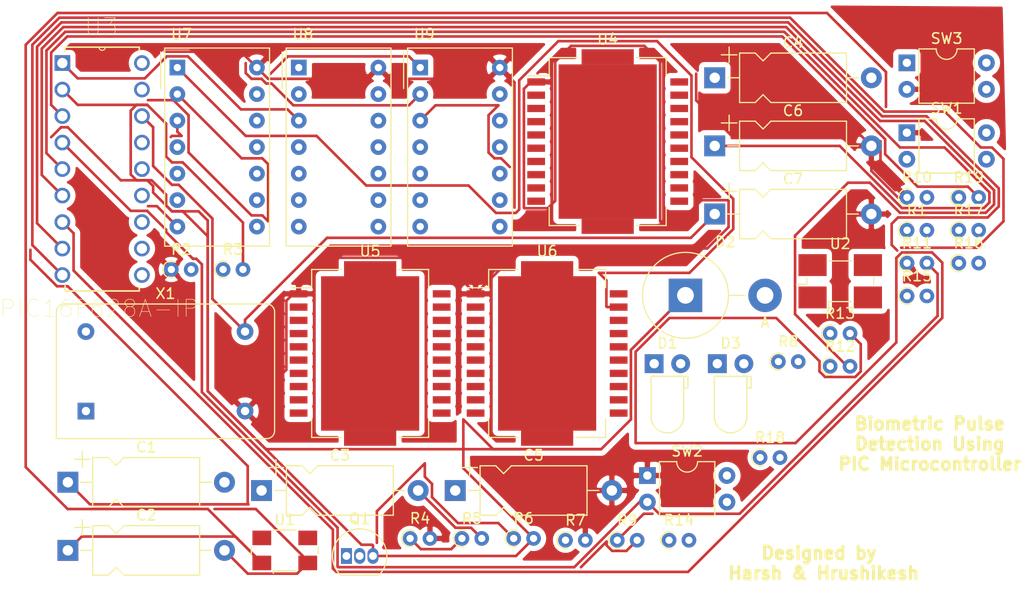
<source format=kicad_pcb>
(kicad_pcb (version 20171130) (host pcbnew "(5.1.7)-1")
  (layers (0 F.Cu signal) (31 B.Cu signal) (34 B.Paste user) (35 F.Paste user) (36 B.SilkS user) (37 F.SilkS user) (38 B.Mask user) (39 F.Mask user hide) (44 Edge.Cuts user))
  (net 0 "")
  (net 1 "Net-(C1-Pad2)")
  (net 2 "Net-(C1-Pad1)")
  (net 3 "Net-(C2-Pad2)")
  (net 4 "Net-(C2-Pad1)")
  (net 5 "Net-(C3-Pad1)")
  (net 6 "Net-(C4-Pad2)")
  (net 7 "Net-(C4-Pad1)")
  (net 8 Earth)
  (net 9 "Net-(C5-Pad1)")
  (net 10 +5V)
  (net 11 "Net-(C6-Pad1)")
  (net 12 "Net-(C7-Pad1)")
  (net 13 "Net-(D1-Pad2)")
  (net 14 "Net-(D1-Pad1)")
  (net 15 "Net-(D2-Pad1)")
  (net 16 "Net-(D3-Pad2)")
  (net 17 "Net-(Q1-Pad2)")
  (net 18 "Net-(R10-Pad2)")
  (net 19 "Net-(R11-Pad2)")
  (net 20 "Net-(R12-Pad2)")
  (net 21 "Net-(R12-Pad1)")
  (net 22 "Net-(R13-Pad2)")
  (net 23 "Net-(R13-Pad1)")
  (net 24 "Net-(R14-Pad2)")
  (net 25 "Net-(R14-Pad1)")
  (net 26 "Net-(R15-Pad2)")
  (net 27 "Net-(R15-Pad1)")
  (net 28 "Net-(R16-Pad2)")
  (net 29 "Net-(R16-Pad1)")
  (net 30 "Net-(R17-Pad2)")
  (net 31 "Net-(R17-Pad1)")
  (net 32 "Net-(R18-Pad2)")
  (net 33 "Net-(R18-Pad1)")
  (net 34 "Net-(R19-Pad2)")
  (net 35 "Net-(X1-Pad1)")
  (net 36 "Net-(D3-Pad1)")
  (net 37 "Net-(U3-Pad18)")
  (net 38 "Net-(U3-Pad17)")
  (net 39 "Net-(U3-Pad1)")
  (net 40 "Net-(U4-Pad20)")
  (net 41 "Net-(U4-Pad19)")
  (net 42 "Net-(U4-Pad18)")
  (net 43 "Net-(U4-Pad17)")
  (net 44 "Net-(U4-Pad16)")
  (net 45 "Net-(U4-Pad15)")
  (net 46 "Net-(U4-Pad14)")
  (net 47 "Net-(U4-Pad13)")
  (net 48 "Net-(U4-Pad12)")
  (net 49 "Net-(U4-Pad11)")
  (net 50 "Net-(U4-Pad10)")
  (net 51 "Net-(U4-Pad9)")
  (net 52 "Net-(U5-Pad19)")
  (net 53 "Net-(U5-Pad18)")
  (net 54 "Net-(U5-Pad17)")
  (net 55 "Net-(U5-Pad16)")
  (net 56 "Net-(U5-Pad15)")
  (net 57 "Net-(U5-Pad14)")
  (net 58 "Net-(U5-Pad13)")
  (net 59 "Net-(U5-Pad12)")
  (net 60 "Net-(U5-Pad11)")
  (net 61 "Net-(U5-Pad10)")
  (net 62 "Net-(U5-Pad9)")
  (net 63 "Net-(U6-Pad20)")
  (net 64 "Net-(U6-Pad19)")
  (net 65 "Net-(U6-Pad18)")
  (net 66 "Net-(U6-Pad17)")
  (net 67 "Net-(U6-Pad16)")
  (net 68 "Net-(U6-Pad15)")
  (net 69 "Net-(U6-Pad14)")
  (net 70 "Net-(U6-Pad13)")
  (net 71 "Net-(U6-Pad12)")
  (net 72 "Net-(U6-Pad11)")
  (net 73 "Net-(U6-Pad10)")
  (net 74 "Net-(U6-Pad9)")
  (net 75 "Net-(U7-Pad12)")
  (net 76 "Net-(U7-Pad9)")
  (net 77 "Net-(U7-Pad6)")
  (net 78 "Net-(U7-Pad5)")
  (net 79 "Net-(U7-Pad4)")
  (net 80 "Net-(U8-Pad12)")
  (net 81 "Net-(U8-Pad9)")
  (net 82 "Net-(U8-Pad6)")
  (net 83 "Net-(U8-Pad5)")
  (net 84 "Net-(U8-Pad4)")
  (net 85 "Net-(U9-Pad12)")
  (net 86 "Net-(U9-Pad9)")
  (net 87 "Net-(U9-Pad6)")
  (net 88 "Net-(U9-Pad5)")
  (net 89 "Net-(U9-Pad4)")
  (module Oscillator:Oscillator_DIP-14 (layer F.Cu) (at 159.215001 75.595001)
    (fp_text reference X1 (at 7.62 -11.26) (layer F.SilkS))
    (fp_text value ACO-xxxMHz)
    (pad 7 thru_hole circle (at 15.24 0) (size 1.6 1.6) (drill 0.8) (layers *.Cu *.Mask) (net 8 Earth))
    (pad 8 thru_hole circle (at 15.24 -7.62) (size 1.6 1.6) (drill 0.8) (layers *.Cu *.Mask) (net 12 "Net-(C7-Pad1)"))
    (pad 14 thru_hole circle (at 0 -7.62) (size 1.6 1.6) (drill 0.8) (layers *.Cu *.Mask) (net 9 "Net-(C5-Pad1)"))
    (pad 1 thru_hole rect (at 0 0) (size 1.6 1.6) (drill 0.8) (layers *.Cu *.Mask) (net 35 "Net-(X1-Pad1)"))
  )
  (module Display_7Segment:MAN71A (layer F.Cu) (at 191.230001 42.675001)
    (fp_text reference U9 (at 0.4 -3.2) (layer F.SilkS))
    (fp_text value MAN71A)
    (pad 14 thru_hole circle (at 7.62 0) (size 1.5 1.5) (drill 0.7) (layers *.Cu *.Mask) (net 10 +5V))
    (pad 13 thru_hole circle (at 7.62 2.54) (size 1.5 1.5) (drill 0.7) (layers *.Cu *.Mask) (net 53 "Net-(U5-Pad18)"))
    (pad 12 thru_hole circle (at 7.62 5.08) (size 1.5 1.5) (drill 0.7) (layers *.Cu *.Mask) (net 85 "Net-(U9-Pad12)"))
    (pad 11 thru_hole circle (at 7.62 7.62) (size 1.5 1.5) (drill 0.7) (layers *.Cu *.Mask) (net 58 "Net-(U5-Pad13)"))
    (pad 10 thru_hole circle (at 7.62 10.16) (size 1.5 1.5) (drill 0.7) (layers *.Cu *.Mask) (net 54 "Net-(U5-Pad17)"))
    (pad 9 thru_hole circle (at 7.62 12.7) (size 1.5 1.5) (drill 0.7) (layers *.Cu *.Mask) (net 86 "Net-(U9-Pad9)"))
    (pad 8 thru_hole circle (at 7.62 15.24) (size 1.5 1.5) (drill 0.7) (layers *.Cu *.Mask) (net 55 "Net-(U5-Pad16)"))
    (pad 7 thru_hole circle (at 0 15.24) (size 1.5 1.5) (drill 0.7) (layers *.Cu *.Mask) (net 56 "Net-(U5-Pad15)"))
    (pad 6 thru_hole circle (at 0 12.7) (size 1.5 1.5) (drill 0.7) (layers *.Cu *.Mask) (net 87 "Net-(U9-Pad6)"))
    (pad 5 thru_hole circle (at 0 10.16) (size 1.5 1.5) (drill 0.7) (layers *.Cu *.Mask) (net 88 "Net-(U9-Pad5)"))
    (pad 4 thru_hole circle (at 0 7.62) (size 1.5 1.5) (drill 0.7) (layers *.Cu *.Mask) (net 89 "Net-(U9-Pad4)"))
    (pad 3 thru_hole circle (at 0 5.08) (size 1.5 1.5) (drill 0.7) (layers *.Cu *.Mask) (net 38 "Net-(U3-Pad17)"))
    (pad 2 thru_hole circle (at 0 2.54) (size 1.5 1.5) (drill 0.7) (layers *.Cu *.Mask) (net 57 "Net-(U5-Pad14)"))
    (pad 1 thru_hole rect (at 0 0) (size 1.5 1.5) (drill 0.7) (layers *.Cu *.Mask) (net 52 "Net-(U5-Pad19)"))
  )
  (module Display_7Segment:MAN71A (layer F.Cu) (at 179.600001 42.675001)
    (fp_text reference U8 (at 0.4 -3.2) (layer F.SilkS))
    (fp_text value MAN71A)
    (pad 14 thru_hole circle (at 7.62 0) (size 1.5 1.5) (drill 0.7) (layers *.Cu *.Mask) (net 10 +5V))
    (pad 13 thru_hole circle (at 7.62 2.54) (size 1.5 1.5) (drill 0.7) (layers *.Cu *.Mask) (net 42 "Net-(U4-Pad18)"))
    (pad 12 thru_hole circle (at 7.62 5.08) (size 1.5 1.5) (drill 0.7) (layers *.Cu *.Mask) (net 80 "Net-(U8-Pad12)"))
    (pad 11 thru_hole circle (at 7.62 7.62) (size 1.5 1.5) (drill 0.7) (layers *.Cu *.Mask) (net 47 "Net-(U4-Pad13)"))
    (pad 10 thru_hole circle (at 7.62 10.16) (size 1.5 1.5) (drill 0.7) (layers *.Cu *.Mask) (net 43 "Net-(U4-Pad17)"))
    (pad 9 thru_hole circle (at 7.62 12.7) (size 1.5 1.5) (drill 0.7) (layers *.Cu *.Mask) (net 81 "Net-(U8-Pad9)"))
    (pad 8 thru_hole circle (at 7.62 15.24) (size 1.5 1.5) (drill 0.7) (layers *.Cu *.Mask) (net 44 "Net-(U4-Pad16)"))
    (pad 7 thru_hole circle (at 0 15.24) (size 1.5 1.5) (drill 0.7) (layers *.Cu *.Mask) (net 45 "Net-(U4-Pad15)"))
    (pad 6 thru_hole circle (at 0 12.7) (size 1.5 1.5) (drill 0.7) (layers *.Cu *.Mask) (net 82 "Net-(U8-Pad6)"))
    (pad 5 thru_hole circle (at 0 10.16) (size 1.5 1.5) (drill 0.7) (layers *.Cu *.Mask) (net 83 "Net-(U8-Pad5)"))
    (pad 4 thru_hole circle (at 0 7.62) (size 1.5 1.5) (drill 0.7) (layers *.Cu *.Mask) (net 84 "Net-(U8-Pad4)"))
    (pad 3 thru_hole circle (at 0 5.08) (size 1.5 1.5) (drill 0.7) (layers *.Cu *.Mask) (net 39 "Net-(U3-Pad1)"))
    (pad 2 thru_hole circle (at 0 2.54) (size 1.5 1.5) (drill 0.7) (layers *.Cu *.Mask) (net 46 "Net-(U4-Pad14)"))
    (pad 1 thru_hole rect (at 0 0) (size 1.5 1.5) (drill 0.7) (layers *.Cu *.Mask) (net 41 "Net-(U4-Pad19)"))
  )
  (module Display_7Segment:MAN71A (layer F.Cu) (at 167.970001 42.675001)
    (fp_text reference U7 (at 0.4 -3.2) (layer F.SilkS))
    (fp_text value MAN71A)
    (pad 14 thru_hole circle (at 7.62 0) (size 1.5 1.5) (drill 0.7) (layers *.Cu *.Mask) (net 10 +5V))
    (pad 13 thru_hole circle (at 7.62 2.54) (size 1.5 1.5) (drill 0.7) (layers *.Cu *.Mask) (net 65 "Net-(U6-Pad18)"))
    (pad 12 thru_hole circle (at 7.62 5.08) (size 1.5 1.5) (drill 0.7) (layers *.Cu *.Mask) (net 75 "Net-(U7-Pad12)"))
    (pad 11 thru_hole circle (at 7.62 7.62) (size 1.5 1.5) (drill 0.7) (layers *.Cu *.Mask) (net 70 "Net-(U6-Pad13)"))
    (pad 10 thru_hole circle (at 7.62 10.16) (size 1.5 1.5) (drill 0.7) (layers *.Cu *.Mask) (net 66 "Net-(U6-Pad17)"))
    (pad 9 thru_hole circle (at 7.62 12.7) (size 1.5 1.5) (drill 0.7) (layers *.Cu *.Mask) (net 76 "Net-(U7-Pad9)"))
    (pad 8 thru_hole circle (at 7.62 15.24) (size 1.5 1.5) (drill 0.7) (layers *.Cu *.Mask) (net 67 "Net-(U6-Pad16)"))
    (pad 7 thru_hole circle (at 0 15.24) (size 1.5 1.5) (drill 0.7) (layers *.Cu *.Mask) (net 68 "Net-(U6-Pad15)"))
    (pad 6 thru_hole circle (at 0 12.7) (size 1.5 1.5) (drill 0.7) (layers *.Cu *.Mask) (net 77 "Net-(U7-Pad6)"))
    (pad 5 thru_hole circle (at 0 10.16) (size 1.5 1.5) (drill 0.7) (layers *.Cu *.Mask) (net 78 "Net-(U7-Pad5)"))
    (pad 4 thru_hole circle (at 0 7.62) (size 1.5 1.5) (drill 0.7) (layers *.Cu *.Mask) (net 79 "Net-(U7-Pad4)"))
    (pad 3 thru_hole circle (at 0 5.08) (size 1.5 1.5) (drill 0.7) (layers *.Cu *.Mask) (net 37 "Net-(U3-Pad18)"))
    (pad 2 thru_hole circle (at 0 2.54) (size 1.5 1.5) (drill 0.7) (layers *.Cu *.Mask) (net 69 "Net-(U6-Pad14)"))
    (pad 1 thru_hole rect (at 0 0) (size 1.5 1.5) (drill 0.7) (layers *.Cu *.Mask) (net 64 "Net-(U6-Pad19)"))
  )
  (module Package_SO:HSOP-20-1EP_11.0x15.9mm_P1.27mm_SlugDown (layer F.Cu) (at 203.385001 70.075001)
    (fp_text reference U6 (at 0 -9.8) (layer F.SilkS))
    (fp_text value 74LS573)
    (pad 21 smd rect (at 0 8.125) (size 5 1.45) (layers F.Cu F.Paste F.Mask))
    (pad 21 smd rect (at 0 -8.125) (size 5 1.45) (layers F.Cu F.Paste F.Mask))
    (pad 20 smd rect (at 6.85 -5.715) (size 1.7 0.7) (layers F.Cu F.Paste F.Mask) (net 63 "Net-(U6-Pad20)"))
    (pad 19 smd rect (at 6.85 -4.445) (size 1.7 0.7) (layers F.Cu F.Paste F.Mask) (net 64 "Net-(U6-Pad19)"))
    (pad 18 smd rect (at 6.85 -3.175) (size 1.7 0.7) (layers F.Cu F.Paste F.Mask) (net 65 "Net-(U6-Pad18)"))
    (pad 17 smd rect (at 6.85 -1.905) (size 1.7 0.7) (layers F.Cu F.Paste F.Mask) (net 66 "Net-(U6-Pad17)"))
    (pad 16 smd rect (at 6.85 -0.635) (size 1.7 0.7) (layers F.Cu F.Paste F.Mask) (net 67 "Net-(U6-Pad16)"))
    (pad 15 smd rect (at 6.85 0.635) (size 1.7 0.7) (layers F.Cu F.Paste F.Mask) (net 68 "Net-(U6-Pad15)"))
    (pad 14 smd rect (at 6.85 1.905) (size 1.7 0.7) (layers F.Cu F.Paste F.Mask) (net 69 "Net-(U6-Pad14)"))
    (pad 13 smd rect (at 6.85 3.175) (size 1.7 0.7) (layers F.Cu F.Paste F.Mask) (net 70 "Net-(U6-Pad13)"))
    (pad 12 smd rect (at 6.85 4.445) (size 1.7 0.7) (layers F.Cu F.Paste F.Mask) (net 71 "Net-(U6-Pad12)"))
    (pad 11 smd rect (at 6.85 5.715) (size 1.7 0.7) (layers F.Cu F.Paste F.Mask) (net 72 "Net-(U6-Pad11)"))
    (pad 10 smd rect (at -6.85 5.715) (size 1.7 0.7) (layers F.Cu F.Paste F.Mask) (net 73 "Net-(U6-Pad10)"))
    (pad 9 smd rect (at -6.85 4.445) (size 1.7 0.7) (layers F.Cu F.Paste F.Mask) (net 74 "Net-(U6-Pad9)"))
    (pad 8 smd rect (at -6.85 3.175) (size 1.7 0.7) (layers F.Cu F.Paste F.Mask) (net 33 "Net-(R18-Pad1)"))
    (pad 7 smd rect (at -6.85 1.905) (size 1.7 0.7) (layers F.Cu F.Paste F.Mask) (net 31 "Net-(R17-Pad1)"))
    (pad 6 smd rect (at -6.85 0.635) (size 1.7 0.7) (layers F.Cu F.Paste F.Mask) (net 29 "Net-(R16-Pad1)"))
    (pad 5 smd rect (at -6.85 -0.635) (size 1.7 0.7) (layers F.Cu F.Paste F.Mask) (net 27 "Net-(R15-Pad1)"))
    (pad 4 smd rect (at -6.85 -1.905) (size 1.7 0.7) (layers F.Cu F.Paste F.Mask) (net 25 "Net-(R14-Pad1)"))
    (pad 3 smd rect (at -6.85 -3.175) (size 1.7 0.7) (layers F.Cu F.Paste F.Mask) (net 23 "Net-(R13-Pad1)"))
    (pad 2 smd rect (at -6.85 -4.445) (size 1.7 0.7) (layers F.Cu F.Paste F.Mask) (net 21 "Net-(R12-Pad1)"))
    (pad 21 smd rect (at 0 0) (size 9.4 14.8) (layers F.Cu F.Paste F.Mask))
    (pad 1 smd rect (at -6.85 -5.715) (size 1.7 0.7) (layers F.Cu F.Paste F.Mask) (net 8 Earth))
  )
  (module Package_SO:HSOP-20-1EP_11.0x15.9mm_P1.27mm_SlugDown (layer F.Cu) (at 186.435001 70.075001)
    (fp_text reference U5 (at 0 -9.8) (layer F.SilkS))
    (fp_text value 74LS573)
    (pad 21 smd rect (at 0 8.125) (size 5 1.45) (layers F.Cu F.Paste F.Mask))
    (pad 21 smd rect (at 0 -8.125) (size 5 1.45) (layers F.Cu F.Paste F.Mask))
    (pad 20 smd rect (at 6.85 -5.715) (size 1.7 0.7) (layers F.Cu F.Paste F.Mask) (net 37 "Net-(U3-Pad18)"))
    (pad 19 smd rect (at 6.85 -4.445) (size 1.7 0.7) (layers F.Cu F.Paste F.Mask) (net 52 "Net-(U5-Pad19)"))
    (pad 18 smd rect (at 6.85 -3.175) (size 1.7 0.7) (layers F.Cu F.Paste F.Mask) (net 53 "Net-(U5-Pad18)"))
    (pad 17 smd rect (at 6.85 -1.905) (size 1.7 0.7) (layers F.Cu F.Paste F.Mask) (net 54 "Net-(U5-Pad17)"))
    (pad 16 smd rect (at 6.85 -0.635) (size 1.7 0.7) (layers F.Cu F.Paste F.Mask) (net 55 "Net-(U5-Pad16)"))
    (pad 15 smd rect (at 6.85 0.635) (size 1.7 0.7) (layers F.Cu F.Paste F.Mask) (net 56 "Net-(U5-Pad15)"))
    (pad 14 smd rect (at 6.85 1.905) (size 1.7 0.7) (layers F.Cu F.Paste F.Mask) (net 57 "Net-(U5-Pad14)"))
    (pad 13 smd rect (at 6.85 3.175) (size 1.7 0.7) (layers F.Cu F.Paste F.Mask) (net 58 "Net-(U5-Pad13)"))
    (pad 12 smd rect (at 6.85 4.445) (size 1.7 0.7) (layers F.Cu F.Paste F.Mask) (net 59 "Net-(U5-Pad12)"))
    (pad 11 smd rect (at 6.85 5.715) (size 1.7 0.7) (layers F.Cu F.Paste F.Mask) (net 60 "Net-(U5-Pad11)"))
    (pad 10 smd rect (at -6.85 5.715) (size 1.7 0.7) (layers F.Cu F.Paste F.Mask) (net 61 "Net-(U5-Pad10)"))
    (pad 9 smd rect (at -6.85 4.445) (size 1.7 0.7) (layers F.Cu F.Paste F.Mask) (net 62 "Net-(U5-Pad9)"))
    (pad 8 smd rect (at -6.85 3.175) (size 1.7 0.7) (layers F.Cu F.Paste F.Mask) (net 33 "Net-(R18-Pad1)"))
    (pad 7 smd rect (at -6.85 1.905) (size 1.7 0.7) (layers F.Cu F.Paste F.Mask) (net 31 "Net-(R17-Pad1)"))
    (pad 6 smd rect (at -6.85 0.635) (size 1.7 0.7) (layers F.Cu F.Paste F.Mask) (net 29 "Net-(R16-Pad1)"))
    (pad 5 smd rect (at -6.85 -0.635) (size 1.7 0.7) (layers F.Cu F.Paste F.Mask) (net 27 "Net-(R15-Pad1)"))
    (pad 4 smd rect (at -6.85 -1.905) (size 1.7 0.7) (layers F.Cu F.Paste F.Mask) (net 25 "Net-(R14-Pad1)"))
    (pad 3 smd rect (at -6.85 -3.175) (size 1.7 0.7) (layers F.Cu F.Paste F.Mask) (net 23 "Net-(R13-Pad1)"))
    (pad 2 smd rect (at -6.85 -4.445) (size 1.7 0.7) (layers F.Cu F.Paste F.Mask) (net 21 "Net-(R12-Pad1)"))
    (pad 21 smd rect (at 0 0) (size 9.4 14.8) (layers F.Cu F.Paste F.Mask))
    (pad 1 smd rect (at -6.85 -5.715) (size 1.7 0.7) (layers F.Cu F.Paste F.Mask) (net 8 Earth))
  )
  (module Package_SO:HSOP-20-1EP_11.0x15.9mm_P1.27mm_SlugDown (layer F.Cu) (at 209.185001 49.765001)
    (fp_text reference U4 (at 0 -9.8) (layer F.SilkS))
    (fp_text value 74LS573)
    (pad 21 smd rect (at 0 8.125) (size 5 1.45) (layers F.Cu F.Paste F.Mask))
    (pad 21 smd rect (at 0 -8.125) (size 5 1.45) (layers F.Cu F.Paste F.Mask))
    (pad 20 smd rect (at 6.85 -5.715) (size 1.7 0.7) (layers F.Cu F.Paste F.Mask) (net 40 "Net-(U4-Pad20)"))
    (pad 19 smd rect (at 6.85 -4.445) (size 1.7 0.7) (layers F.Cu F.Paste F.Mask) (net 41 "Net-(U4-Pad19)"))
    (pad 18 smd rect (at 6.85 -3.175) (size 1.7 0.7) (layers F.Cu F.Paste F.Mask) (net 42 "Net-(U4-Pad18)"))
    (pad 17 smd rect (at 6.85 -1.905) (size 1.7 0.7) (layers F.Cu F.Paste F.Mask) (net 43 "Net-(U4-Pad17)"))
    (pad 16 smd rect (at 6.85 -0.635) (size 1.7 0.7) (layers F.Cu F.Paste F.Mask) (net 44 "Net-(U4-Pad16)"))
    (pad 15 smd rect (at 6.85 0.635) (size 1.7 0.7) (layers F.Cu F.Paste F.Mask) (net 45 "Net-(U4-Pad15)"))
    (pad 14 smd rect (at 6.85 1.905) (size 1.7 0.7) (layers F.Cu F.Paste F.Mask) (net 46 "Net-(U4-Pad14)"))
    (pad 13 smd rect (at 6.85 3.175) (size 1.7 0.7) (layers F.Cu F.Paste F.Mask) (net 47 "Net-(U4-Pad13)"))
    (pad 12 smd rect (at 6.85 4.445) (size 1.7 0.7) (layers F.Cu F.Paste F.Mask) (net 48 "Net-(U4-Pad12)"))
    (pad 11 smd rect (at 6.85 5.715) (size 1.7 0.7) (layers F.Cu F.Paste F.Mask) (net 49 "Net-(U4-Pad11)"))
    (pad 10 smd rect (at -6.85 5.715) (size 1.7 0.7) (layers F.Cu F.Paste F.Mask) (net 50 "Net-(U4-Pad10)"))
    (pad 9 smd rect (at -6.85 4.445) (size 1.7 0.7) (layers F.Cu F.Paste F.Mask) (net 51 "Net-(U4-Pad9)"))
    (pad 8 smd rect (at -6.85 3.175) (size 1.7 0.7) (layers F.Cu F.Paste F.Mask) (net 33 "Net-(R18-Pad1)"))
    (pad 7 smd rect (at -6.85 1.905) (size 1.7 0.7) (layers F.Cu F.Paste F.Mask) (net 31 "Net-(R17-Pad1)"))
    (pad 6 smd rect (at -6.85 0.635) (size 1.7 0.7) (layers F.Cu F.Paste F.Mask) (net 29 "Net-(R16-Pad1)"))
    (pad 5 smd rect (at -6.85 -0.635) (size 1.7 0.7) (layers F.Cu F.Paste F.Mask) (net 27 "Net-(R15-Pad1)"))
    (pad 4 smd rect (at -6.85 -1.905) (size 1.7 0.7) (layers F.Cu F.Paste F.Mask) (net 25 "Net-(R14-Pad1)"))
    (pad 3 smd rect (at -6.85 -3.175) (size 1.7 0.7) (layers F.Cu F.Paste F.Mask) (net 23 "Net-(R13-Pad1)"))
    (pad 2 smd rect (at -6.85 -4.445) (size 1.7 0.7) (layers F.Cu F.Paste F.Mask) (net 21 "Net-(R12-Pad1)"))
    (pad 21 smd rect (at 0 0) (size 9.4 14.8) (layers F.Cu F.Paste F.Mask))
    (pad 1 smd rect (at -6.85 -5.715) (size 1.7 0.7) (layers F.Cu F.Paste F.Mask) (net 8 Earth))
  )
  (module PIC16F628A-I_P:DIP254P762X533-18 (layer F.Cu) (at 164.5793 62.560201)
    (fp_text reference U3 (at -3.88726 -23.7809) (layer F.SilkS) (effects (font (size 1.64045 1.64045) (thickness 0.05))))
    (fp_text value PIC16F628A-IP (at -4.09728 3.20657) (layer F.SilkS) (effects (font (size 1.64317 1.64317) (thickness 0.05))))
    (pad 18 thru_hole circle (at 0 -20.32) (size 1.4986 1.4986) (drill 0.9906) (layers *.Cu *.Mask) (net 37 "Net-(U3-Pad18)"))
    (pad 17 thru_hole circle (at 0 -17.78) (size 1.4986 1.4986) (drill 0.9906) (layers *.Cu *.Mask) (net 38 "Net-(U3-Pad17)"))
    (pad 16 thru_hole circle (at 0 -15.24) (size 1.4986 1.4986) (drill 0.9906) (layers *.Cu *.Mask) (net 12 "Net-(C7-Pad1)"))
    (pad 15 thru_hole circle (at 0 -12.7) (size 1.4986 1.4986) (drill 0.9906) (layers *.Cu *.Mask) (net 9 "Net-(C5-Pad1)"))
    (pad 14 thru_hole circle (at 0 -10.16) (size 1.4986 1.4986) (drill 0.9906) (layers *.Cu *.Mask) (net 10 +5V))
    (pad 13 thru_hole circle (at 0 -7.62) (size 1.4986 1.4986) (drill 0.9906) (layers *.Cu *.Mask) (net 18 "Net-(R10-Pad2)"))
    (pad 12 thru_hole circle (at 0 -5.08) (size 1.4986 1.4986) (drill 0.9906) (layers *.Cu *.Mask) (net 32 "Net-(R18-Pad2)"))
    (pad 11 thru_hole circle (at 0 -2.54) (size 1.4986 1.4986) (drill 0.9906) (layers *.Cu *.Mask) (net 30 "Net-(R17-Pad2)"))
    (pad 10 thru_hole circle (at 0 0) (size 1.4986 1.4986) (drill 0.9906) (layers *.Cu *.Mask) (net 28 "Net-(R16-Pad2)"))
    (pad 9 thru_hole circle (at -7.62 0) (size 1.4986 1.4986) (drill 0.9906) (layers *.Cu *.Mask) (net 26 "Net-(R15-Pad2)"))
    (pad 8 thru_hole circle (at -7.62 -2.54) (size 1.4986 1.4986) (drill 0.9906) (layers *.Cu *.Mask) (net 24 "Net-(R14-Pad2)"))
    (pad 7 thru_hole circle (at -7.62 -5.08) (size 1.4986 1.4986) (drill 0.9906) (layers *.Cu *.Mask) (net 22 "Net-(R13-Pad2)"))
    (pad 6 thru_hole circle (at -7.62 -7.62) (size 1.4986 1.4986) (drill 0.9906) (layers *.Cu *.Mask) (net 20 "Net-(R12-Pad2)"))
    (pad 5 thru_hole circle (at -7.62 -10.16) (size 1.4986 1.4986) (drill 0.9906) (layers *.Cu *.Mask) (net 11 "Net-(C6-Pad1)"))
    (pad 4 thru_hole circle (at -7.62 -12.7) (size 1.4986 1.4986) (drill 0.9906) (layers *.Cu *.Mask) (net 19 "Net-(R11-Pad2)"))
    (pad 3 thru_hole circle (at -7.62 -15.24) (size 1.4986 1.4986) (drill 0.9906) (layers *.Cu *.Mask) (net 34 "Net-(R19-Pad2)"))
    (pad 2 thru_hole circle (at -7.62 -17.78) (size 1.4986 1.4986) (drill 0.9906) (layers *.Cu *.Mask) (net 15 "Net-(D2-Pad1)"))
    (pad 1 thru_hole rect (at -7.62 -20.32) (size 1.4986 1.4986) (drill 0.9906) (layers *.Cu *.Mask) (net 39 "Net-(U3-Pad1)"))
  )
  (module Crystal:Crystal_SMD_0603-4Pin_6.0x3.5mm_HandSoldering (layer F.Cu) (at 231.455001 63.155001)
    (fp_text reference U2 (at 0 -3.6) (layer F.SilkS))
    (fp_text value MCP602)
    (pad 4 smd rect (at -2.65 -1.55) (size 2.7 2.1) (layers F.Cu F.Paste F.Mask))
    (pad 3 smd rect (at 2.65 -1.55) (size 2.7 2.1) (layers F.Cu F.Paste F.Mask) (net 5 "Net-(C3-Pad1)"))
    (pad 2 smd rect (at 2.65 1.55) (size 2.7 2.1) (layers F.Cu F.Paste F.Mask) (net 6 "Net-(C4-Pad2)"))
    (pad 1 smd rect (at -2.65 1.55) (size 2.7 2.1) (layers F.Cu F.Paste F.Mask) (net 7 "Net-(C4-Pad1)"))
  )
  (module Crystal:Crystal_SMD_0603-4Pin_6.0x3.5mm (layer F.Cu) (at 178.260001 88.955001)
    (fp_text reference U1 (at 0 -2.95) (layer F.SilkS))
    (fp_text value MCP602)
    (pad 4 smd rect (at -2.2 -1.2) (size 1.8 1.4) (layers F.Cu F.Paste F.Mask))
    (pad 3 smd rect (at 2.2 -1.2) (size 1.8 1.4) (layers F.Cu F.Paste F.Mask) (net 2 "Net-(C1-Pad1)"))
    (pad 2 smd rect (at 2.2 1.2) (size 1.8 1.4) (layers F.Cu F.Paste F.Mask) (net 3 "Net-(C2-Pad2)"))
    (pad 1 smd rect (at -2.2 1.2) (size 1.8 1.4) (layers F.Cu F.Paste F.Mask) (net 4 "Net-(C2-Pad1)"))
  )
  (module Package_DIP:DIP-4_W7.62mm (layer F.Cu) (at 237.835001 42.215001)
    (fp_text reference SW3 (at 3.81 -2.33) (layer F.SilkS))
    (fp_text value SW_DIP_x01)
    (pad 4 thru_hole oval (at 7.62 0) (size 1.6 1.6) (drill 0.8) (layers *.Cu *.Mask))
    (pad 2 thru_hole oval (at 0 2.54) (size 1.6 1.6) (drill 0.8) (layers *.Cu *.Mask) (net 10 +5V))
    (pad 3 thru_hole oval (at 7.62 2.54) (size 1.6 1.6) (drill 0.8) (layers *.Cu *.Mask))
    (pad 1 thru_hole rect (at 0 0) (size 1.6 1.6) (drill 0.8) (layers *.Cu *.Mask) (net 15 "Net-(D2-Pad1)"))
  )
  (module Package_DIP:DIP-4_W7.62mm (layer F.Cu) (at 212.985001 81.775001)
    (fp_text reference SW2 (at 3.81 -2.33) (layer F.SilkS))
    (fp_text value SW_DIP_x01)
    (pad 4 thru_hole oval (at 7.62 0) (size 1.6 1.6) (drill 0.8) (layers *.Cu *.Mask))
    (pad 2 thru_hole oval (at 0 2.54) (size 1.6 1.6) (drill 0.8) (layers *.Cu *.Mask) (net 19 "Net-(R11-Pad2)"))
    (pad 3 thru_hole oval (at 7.62 2.54) (size 1.6 1.6) (drill 0.8) (layers *.Cu *.Mask))
    (pad 1 thru_hole rect (at 0 0) (size 1.6 1.6) (drill 0.8) (layers *.Cu *.Mask) (net 8 Earth))
  )
  (module Package_DIP:DIP-4_W7.62mm (layer F.Cu) (at 237.835001 48.915001)
    (fp_text reference SW1 (at 3.81 -2.33) (layer F.SilkS))
    (fp_text value SW_DIP_x01)
    (pad 4 thru_hole oval (at 7.62 0) (size 1.6 1.6) (drill 0.8) (layers *.Cu *.Mask))
    (pad 2 thru_hole oval (at 0 2.54) (size 1.6 1.6) (drill 0.8) (layers *.Cu *.Mask) (net 18 "Net-(R10-Pad2)"))
    (pad 3 thru_hole oval (at 7.62 2.54) (size 1.6 1.6) (drill 0.8) (layers *.Cu *.Mask))
    (pad 1 thru_hole rect (at 0 0) (size 1.6 1.6) (drill 0.8) (layers *.Cu *.Mask) (net 8 Earth))
  )
  (module Resistor_THT:R_Axial_DIN0204_L3.6mm_D1.6mm_P1.90mm_Vertical (layer F.Cu) (at 242.815001 55.115001)
    (fp_text reference R19 (at 0.95 -1.92) (layer F.SilkS))
    (fp_text value 1k)
    (pad 2 thru_hole oval (at 1.9 0) (size 1.4 1.4) (drill 0.7) (layers *.Cu *.Mask) (net 34 "Net-(R19-Pad2)"))
    (pad 1 thru_hole circle (at 0 0) (size 1.4 1.4) (drill 0.7) (layers *.Cu *.Mask) (net 17 "Net-(Q1-Pad2)"))
  )
  (module Resistor_THT:R_Axial_DIN0204_L3.6mm_D1.6mm_P1.90mm_Vertical (layer F.Cu) (at 223.785001 80.055001)
    (fp_text reference R18 (at 0.95 -1.92) (layer F.SilkS))
    (fp_text value 330)
    (pad 2 thru_hole oval (at 1.9 0) (size 1.4 1.4) (drill 0.7) (layers *.Cu *.Mask) (net 32 "Net-(R18-Pad2)"))
    (pad 1 thru_hole circle (at 0 0) (size 1.4 1.4) (drill 0.7) (layers *.Cu *.Mask) (net 33 "Net-(R18-Pad1)"))
  )
  (module Resistor_THT:R_Axial_DIN0204_L3.6mm_D1.6mm_P1.90mm_Vertical (layer F.Cu) (at 242.815001 58.265001)
    (fp_text reference R17 (at 0.95 -1.92) (layer F.SilkS))
    (fp_text value 330)
    (pad 2 thru_hole oval (at 1.9 0) (size 1.4 1.4) (drill 0.7) (layers *.Cu *.Mask) (net 30 "Net-(R17-Pad2)"))
    (pad 1 thru_hole circle (at 0 0) (size 1.4 1.4) (drill 0.7) (layers *.Cu *.Mask) (net 31 "Net-(R17-Pad1)"))
  )
  (module Resistor_THT:R_Axial_DIN0204_L3.6mm_D1.6mm_P1.90mm_Vertical (layer F.Cu) (at 242.815001 61.415001)
    (fp_text reference R16 (at 0.95 -1.92) (layer F.SilkS))
    (fp_text value 330)
    (pad 2 thru_hole oval (at 1.9 0) (size 1.4 1.4) (drill 0.7) (layers *.Cu *.Mask) (net 28 "Net-(R16-Pad2)"))
    (pad 1 thru_hole circle (at 0 0) (size 1.4 1.4) (drill 0.7) (layers *.Cu *.Mask) (net 29 "Net-(R16-Pad1)"))
  )
  (module Resistor_THT:R_Axial_DIN0204_L3.6mm_D1.6mm_P1.90mm_Vertical (layer F.Cu) (at 237.855001 64.565001)
    (fp_text reference R15 (at 0.95 -1.92) (layer F.SilkS))
    (fp_text value 330)
    (pad 2 thru_hole oval (at 1.9 0) (size 1.4 1.4) (drill 0.7) (layers *.Cu *.Mask) (net 26 "Net-(R15-Pad2)"))
    (pad 1 thru_hole circle (at 0 0) (size 1.4 1.4) (drill 0.7) (layers *.Cu *.Mask) (net 27 "Net-(R15-Pad1)"))
  )
  (module Resistor_THT:R_Axial_DIN0204_L3.6mm_D1.6mm_P1.90mm_Vertical (layer F.Cu) (at 215.065001 87.975001)
    (fp_text reference R14 (at 0.95 -1.92) (layer F.SilkS))
    (fp_text value 330)
    (pad 2 thru_hole oval (at 1.9 0) (size 1.4 1.4) (drill 0.7) (layers *.Cu *.Mask) (net 24 "Net-(R14-Pad2)"))
    (pad 1 thru_hole circle (at 0 0) (size 1.4 1.4) (drill 0.7) (layers *.Cu *.Mask) (net 25 "Net-(R14-Pad1)"))
  )
  (module Resistor_THT:R_Axial_DIN0204_L3.6mm_D1.6mm_P1.90mm_Vertical (layer F.Cu) (at 230.495001 68.155001)
    (fp_text reference R13 (at 0.95 -1.92) (layer F.SilkS))
    (fp_text value 330)
    (pad 2 thru_hole oval (at 1.9 0) (size 1.4 1.4) (drill 0.7) (layers *.Cu *.Mask) (net 22 "Net-(R13-Pad2)"))
    (pad 1 thru_hole circle (at 0 0) (size 1.4 1.4) (drill 0.7) (layers *.Cu *.Mask) (net 23 "Net-(R13-Pad1)"))
  )
  (module Resistor_THT:R_Axial_DIN0204_L3.6mm_D1.6mm_P1.90mm_Vertical (layer F.Cu) (at 230.495001 71.305001)
    (fp_text reference R12 (at 0.95 -1.92) (layer F.SilkS))
    (fp_text value 330)
    (pad 2 thru_hole oval (at 1.9 0) (size 1.4 1.4) (drill 0.7) (layers *.Cu *.Mask) (net 20 "Net-(R12-Pad2)"))
    (pad 1 thru_hole circle (at 0 0) (size 1.4 1.4) (drill 0.7) (layers *.Cu *.Mask) (net 21 "Net-(R12-Pad1)"))
  )
  (module Resistor_THT:R_Axial_DIN0204_L3.6mm_D1.6mm_P1.90mm_Vertical (layer F.Cu) (at 237.855001 61.415001)
    (fp_text reference R11 (at 0.95 -1.92) (layer F.SilkS))
    (fp_text value 10k)
    (pad 2 thru_hole oval (at 1.9 0) (size 1.4 1.4) (drill 0.7) (layers *.Cu *.Mask) (net 19 "Net-(R11-Pad2)"))
    (pad 1 thru_hole circle (at 0 0) (size 1.4 1.4) (drill 0.7) (layers *.Cu *.Mask) (net 10 +5V))
  )
  (module Resistor_THT:R_Axial_DIN0204_L3.6mm_D1.6mm_P1.90mm_Vertical (layer F.Cu) (at 237.855001 55.115001)
    (fp_text reference R10 (at 0.95 -1.92) (layer F.SilkS))
    (fp_text value 10k)
    (pad 2 thru_hole oval (at 1.9 0) (size 1.4 1.4) (drill 0.7) (layers *.Cu *.Mask) (net 18 "Net-(R10-Pad2)"))
    (pad 1 thru_hole circle (at 0 0) (size 1.4 1.4) (drill 0.7) (layers *.Cu *.Mask) (net 10 +5V))
  )
  (module Resistor_THT:R_Axial_DIN0204_L3.6mm_D1.6mm_P1.90mm_Vertical (layer F.Cu) (at 210.105001 87.975001)
    (fp_text reference R9 (at 0.95 -1.92) (layer F.SilkS))
    (fp_text value 470)
    (pad 2 thru_hole oval (at 1.9 0) (size 1.4 1.4) (drill 0.7) (layers *.Cu *.Mask) (net 16 "Net-(D3-Pad2)"))
    (pad 1 thru_hole circle (at 0 0) (size 1.4 1.4) (drill 0.7) (layers *.Cu *.Mask) (net 7 "Net-(C4-Pad1)"))
  )
  (module Resistor_THT:R_Axial_DIN0204_L3.6mm_D1.6mm_P1.90mm_Vertical (layer F.Cu) (at 225.535001 70.855001)
    (fp_text reference R8 (at 0.95 -1.92) (layer F.SilkS))
    (fp_text value R)
    (pad 2 thru_hole oval (at 1.9 0) (size 1.4 1.4) (drill 0.7) (layers *.Cu *.Mask) (net 7 "Net-(C4-Pad1)"))
    (pad 1 thru_hole circle (at 0 0) (size 1.4 1.4) (drill 0.7) (layers *.Cu *.Mask) (net 6 "Net-(C4-Pad2)"))
  )
  (module Resistor_THT:R_Axial_DIN0204_L3.6mm_D1.6mm_P1.90mm_Vertical (layer F.Cu) (at 205.145001 87.975001)
    (fp_text reference R7 (at 0.95 -1.92) (layer F.SilkS))
    (fp_text value 6.8k)
    (pad 2 thru_hole oval (at 1.9 0) (size 1.4 1.4) (drill 0.7) (layers *.Cu *.Mask) (net 8 Earth))
    (pad 1 thru_hole circle (at 0 0) (size 1.4 1.4) (drill 0.7) (layers *.Cu *.Mask) (net 6 "Net-(C4-Pad2)"))
  )
  (module Resistor_THT:R_Axial_DIN0204_L3.6mm_D1.6mm_P1.90mm_Vertical (layer F.Cu) (at 200.185001 87.805001)
    (fp_text reference R6 (at 0.95 -1.92) (layer F.SilkS))
    (fp_text value 68k)
    (pad 2 thru_hole oval (at 1.9 0) (size 1.4 1.4) (drill 0.7) (layers *.Cu *.Mask) (net 15 "Net-(D2-Pad1)"))
    (pad 1 thru_hole circle (at 0 0) (size 1.4 1.4) (drill 0.7) (layers *.Cu *.Mask) (net 5 "Net-(C3-Pad1)"))
  )
  (module Resistor_THT:R_Axial_DIN0204_L3.6mm_D1.6mm_P1.90mm_Vertical (layer F.Cu) (at 195.225001 87.805001)
    (fp_text reference R5 (at 0.95 -1.92) (layer F.SilkS))
    (fp_text value 680k)
    (pad 2 thru_hole oval (at 1.9 0) (size 1.4 1.4) (drill 0.7) (layers *.Cu *.Mask) (net 4 "Net-(C2-Pad1)"))
    (pad 1 thru_hole circle (at 0 0) (size 1.4 1.4) (drill 0.7) (layers *.Cu *.Mask) (net 3 "Net-(C2-Pad2)"))
  )
  (module Resistor_THT:R_Axial_DIN0204_L3.6mm_D1.6mm_P1.90mm_Vertical (layer F.Cu) (at 190.265001 87.805001)
    (fp_text reference R4 (at 0.95 -1.92) (layer F.SilkS))
    (fp_text value 6.8k)
    (pad 2 thru_hole oval (at 1.9 0) (size 1.4 1.4) (drill 0.7) (layers *.Cu *.Mask) (net 8 Earth))
    (pad 1 thru_hole circle (at 0 0) (size 1.4 1.4) (drill 0.7) (layers *.Cu *.Mask) (net 3 "Net-(C2-Pad2)"))
  )
  (module Resistor_THT:R_Axial_DIN0204_L3.6mm_D1.6mm_P1.90mm_Vertical (layer F.Cu) (at 172.355001 62.025001)
    (fp_text reference R3 (at 0.95 -1.92) (layer F.SilkS))
    (fp_text value 68k)
    (pad 2 thru_hole oval (at 1.9 0) (size 1.4 1.4) (drill 0.7) (layers *.Cu *.Mask) (net 15 "Net-(D2-Pad1)"))
    (pad 1 thru_hole circle (at 0 0) (size 1.4 1.4) (drill 0.7) (layers *.Cu *.Mask) (net 2 "Net-(C1-Pad1)"))
  )
  (module Resistor_THT:R_Axial_DIN0204_L3.6mm_D1.6mm_P1.90mm_Vertical (layer F.Cu) (at 167.395001 62.025001)
    (fp_text reference R2 (at 0.95 -1.92) (layer F.SilkS))
    (fp_text value 33k)
    (pad 2 thru_hole oval (at 1.9 0) (size 1.4 1.4) (drill 0.7) (layers *.Cu *.Mask) (net 1 "Net-(C1-Pad2)"))
    (pad 1 thru_hole circle (at 0 0) (size 1.4 1.4) (drill 0.7) (layers *.Cu *.Mask) (net 10 +5V))
  )
  (module Resistor_THT:R_Axial_DIN0204_L3.6mm_D1.6mm_P1.90mm_Vertical (layer F.Cu) (at 237.855001 58.265001)
    (fp_text reference R1 (at 0.95 -1.92) (layer F.SilkS))
    (fp_text value 150)
    (pad 2 thru_hole oval (at 1.9 0) (size 1.4 1.4) (drill 0.7) (layers *.Cu *.Mask) (net 13 "Net-(D1-Pad2)"))
    (pad 1 thru_hole circle (at 0 0) (size 1.4 1.4) (drill 0.7) (layers *.Cu *.Mask) (net 10 +5V))
  )
  (module Package_TO_SOT_THT:TO-92_Inline (layer F.Cu) (at 184.165001 89.485001)
    (fp_text reference Q1 (at 1.27 -3.56) (layer F.SilkS))
    (fp_text value BC547)
    (pad 1 thru_hole rect (at 0 0) (size 1.05 1.5) (drill 0.75) (layers *.Cu *.Mask) (net 36 "Net-(D3-Pad1)"))
    (pad 3 thru_hole oval (at 2.54 0) (size 1.05 1.5) (drill 0.75) (layers *.Cu *.Mask) (net 15 "Net-(D2-Pad1)"))
    (pad 2 thru_hole oval (at 1.27 0) (size 1.05 1.5) (drill 0.75) (layers *.Cu *.Mask) (net 17 "Net-(Q1-Pad2)"))
  )
  (module LED_THT:LED_D3.0mm_Horizontal_O1.27mm_Z2.0mm_IRBlack (layer F.Cu) (at 219.685001 71.055001)
    (fp_text reference D3 (at 1.27 -1.96) (layer F.SilkS))
    (fp_text value LED)
    (pad 2 thru_hole circle (at 2.54 0) (size 1.8 1.8) (drill 0.9) (layers *.Cu *.Mask) (net 16 "Net-(D3-Pad2)"))
    (pad 1 thru_hole rect (at 0 0) (size 1.8 1.8) (drill 0.9) (layers *.Cu *.Mask) (net 36 "Net-(D3-Pad1)"))
  )
  (module Diode_THT:D_5KPW_P7.62mm_Vertical_AnodeUp (layer F.Cu) (at 216.635001 64.505001)
    (fp_text reference D2 (at 3.81 -5.12) (layer F.SilkS))
    (fp_text value DIODE)
    (fp_text user A (at 7.62 2.6) (layer F.SilkS))
    (pad 2 thru_hole oval (at 7.62 0) (size 3.2 3.2) (drill 1.6) (layers *.Cu *.Mask) (net 1 "Net-(C1-Pad2)"))
    (pad 1 thru_hole rect (at 0 0) (size 3.2 3.2) (drill 1.6) (layers *.Cu *.Mask) (net 15 "Net-(D2-Pad1)"))
  )
  (module LED_THT:LED_D3.0mm_Horizontal_O1.27mm_Z2.0mm_IRBlack (layer F.Cu) (at 213.635001 71.055001)
    (fp_text reference D1 (at 1.27 -1.96) (layer F.SilkS))
    (fp_text value LED)
    (pad 2 thru_hole circle (at 2.54 0) (size 1.8 1.8) (drill 0.9) (layers *.Cu *.Mask) (net 13 "Net-(D1-Pad2)"))
    (pad 1 thru_hole rect (at 0 0) (size 1.8 1.8) (drill 0.9) (layers *.Cu *.Mask) (net 14 "Net-(D1-Pad1)"))
  )
  (module Capacitor_THT:CP_Axial_L10.0mm_D4.5mm_P15.00mm_Horizontal (layer F.Cu) (at 219.435001 56.710001)
    (fp_text reference C7 (at 7.5 -3.37) (layer F.SilkS))
    (fp_text value 22pf)
    (pad 2 thru_hole oval (at 15 0) (size 2 2) (drill 1) (layers *.Cu *.Mask) (net 8 Earth))
    (pad 1 thru_hole rect (at 0 0) (size 2 2) (drill 1) (layers *.Cu *.Mask) (net 12 "Net-(C7-Pad1)"))
  )
  (module Capacitor_THT:CP_Axial_L10.0mm_D4.5mm_P15.00mm_Horizontal (layer F.Cu) (at 219.435001 50.180001)
    (fp_text reference C6 (at 7.5 -3.37) (layer F.SilkS))
    (fp_text value C)
    (pad 2 thru_hole oval (at 15 0) (size 2 2) (drill 1) (layers *.Cu *.Mask) (net 10 +5V))
    (pad 1 thru_hole rect (at 0 0) (size 2 2) (drill 1) (layers *.Cu *.Mask) (net 11 "Net-(C6-Pad1)"))
  )
  (module Capacitor_THT:CP_Axial_L10.0mm_D4.5mm_P15.00mm_Horizontal (layer F.Cu) (at 194.585001 83.210001)
    (fp_text reference C5 (at 7.5 -3.37) (layer F.SilkS))
    (fp_text value 22pf)
    (pad 2 thru_hole oval (at 15 0) (size 2 2) (drill 1) (layers *.Cu *.Mask) (net 8 Earth))
    (pad 1 thru_hole rect (at 0 0) (size 2 2) (drill 1) (layers *.Cu *.Mask) (net 9 "Net-(C5-Pad1)"))
  )
  (module Capacitor_THT:CP_Axial_L10.0mm_D4.5mm_P15.00mm_Horizontal (layer F.Cu) (at 219.435001 43.650001)
    (fp_text reference C4 (at 7.5 -3.37) (layer F.SilkS))
    (fp_text value C)
    (pad 2 thru_hole oval (at 15 0) (size 2 2) (drill 1) (layers *.Cu *.Mask) (net 6 "Net-(C4-Pad2)"))
    (pad 1 thru_hole rect (at 0 0) (size 2 2) (drill 1) (layers *.Cu *.Mask) (net 7 "Net-(C4-Pad1)"))
  )
  (module Capacitor_THT:CP_Axial_L10.0mm_D4.5mm_P15.00mm_Horizontal (layer F.Cu) (at 176.035001 83.210001)
    (fp_text reference C3 (at 7.5 -3.37) (layer F.SilkS))
    (fp_text value 1uf)
    (pad 2 thru_hole oval (at 15 0) (size 2 2) (drill 1) (layers *.Cu *.Mask) (net 4 "Net-(C2-Pad1)"))
    (pad 1 thru_hole rect (at 0 0) (size 2 2) (drill 1) (layers *.Cu *.Mask) (net 5 "Net-(C3-Pad1)"))
  )
  (module Capacitor_THT:CP_Axial_L10.0mm_D4.5mm_P15.00mm_Horizontal (layer F.Cu) (at 157.485001 88.950001)
    (fp_text reference C2 (at 7.5 -3.37) (layer F.SilkS))
    (fp_text value 100nf)
    (pad 2 thru_hole oval (at 15 0) (size 2 2) (drill 1) (layers *.Cu *.Mask) (net 3 "Net-(C2-Pad2)"))
    (pad 1 thru_hole rect (at 0 0) (size 2 2) (drill 1) (layers *.Cu *.Mask) (net 4 "Net-(C2-Pad1)"))
  )
  (module Capacitor_THT:CP_Axial_L10.0mm_D4.5mm_P15.00mm_Horizontal (layer F.Cu) (at 157.485001 82.420001)
    (fp_text reference C1 (at 7.5 -3.37) (layer F.SilkS))
    (fp_text value 1uf)
    (pad 2 thru_hole oval (at 15 0) (size 2 2) (drill 1) (layers *.Cu *.Mask) (net 1 "Net-(C1-Pad2)"))
    (pad 1 thru_hole rect (at 0 0) (size 2 2) (drill 1) (layers *.Cu *.Mask) (net 2 "Net-(C1-Pad1)"))
  )
  (gr_text "Biometric Pulse\nDetection Using\nPIC Microcontroller" (at 240.03 78.74) (layer F.SilkS) (effects (font (size 1.2 1.2) (thickness 0.3))))
  (gr_text "Designed by \nHarsh & Hrushikesh" (at 229.87 90.17) (layer F.SilkS) (effects (font (size 1.2 1.2) (thickness 0.3))))
  (segment (start 186.435001 70.075001) (end 189.594999 70.075001) (width 0.25) (layer F.Cu) (net 0))
  (segment (start 157.474965 63.634502) (end 156.443635 63.634502) (width 0.25) (layer F.Cu) (net 2))
  (segment (start 174.71 80.869537) (end 157.474965 63.634502) (width 0.25) (layer F.Cu) (net 2))
  (segment (start 174.71 84.470002) (end 174.71 80.869537) (width 0.25) (layer F.Cu) (net 2))
  (segment (start 153.898561 61.089428) (end 153.898561 60.135872) (width 0.25) (layer F.Cu) (net 2))
  (segment (start 174.775 84.535002) (end 174.71 84.470002) (width 0.25) (layer F.Cu) (net 2))
  (segment (start 159.600002 84.535002) (end 174.775 84.535002) (width 0.25) (layer F.Cu) (net 2))
  (segment (start 156.443635 63.634502) (end 153.898561 61.089428) (width 0.25) (layer F.Cu) (net 2))
  (segment (start 157.485001 82.420001) (end 159.600002 84.535002) (width 0.25) (layer F.Cu) (net 2))
  (segment (start 179.435 91.180002) (end 180.460001 90.155001) (width 0.25) (layer F.Cu) (net 3))
  (segment (start 174.715002 91.180002) (end 179.435 91.180002) (width 0.25) (layer F.Cu) (net 3))
  (segment (start 172.485001 88.950001) (end 174.715002 91.180002) (width 0.25) (layer F.Cu) (net 3))
  (segment (start 175.48862 84.985012) (end 171.526422 84.985012) (width 0.25) (layer F.Cu) (net 3))
  (segment (start 180.460001 89.956393) (end 175.48862 84.985012) (width 0.25) (layer F.Cu) (net 3))
  (segment (start 180.460001 90.155001) (end 180.460001 89.956393) (width 0.25) (layer F.Cu) (net 3))
  (segment (start 194.2 88.830002) (end 195.225001 87.805001) (width 0.25) (layer F.Cu) (net 3))
  (segment (start 191.290002 88.830002) (end 194.2 88.830002) (width 0.25) (layer F.Cu) (net 3))
  (segment (start 190.265001 87.805001) (end 191.290002 88.830002) (width 0.25) (layer F.Cu) (net 3))
  (segment (start 173.53 87.625) (end 176.060001 90.155001) (width 0.25) (layer F.Cu) (net 4))
  (segment (start 158.810002 87.625) (end 173.53 87.625) (width 0.25) (layer F.Cu) (net 4))
  (segment (start 157.485001 88.950001) (end 158.810002 87.625) (width 0.25) (layer F.Cu) (net 4))
  (segment (start 230.185937 37.439935) (end 235.838023 43.092021) (width 0.25) (layer F.Cu) (net 4))
  (segment (start 235.838023 43.092021) (end 235.838023 46.439971) (width 0.25) (layer F.Cu) (net 4))
  (segment (start 156.493922 37.439935) (end 230.185937 37.439935) (width 0.25) (layer F.Cu) (net 4))
  (segment (start 153.448551 40.485306) (end 156.493922 37.439935) (width 0.25) (layer F.Cu) (net 4))
  (segment (start 153.448551 80.968553) (end 153.448551 40.485306) (width 0.25) (layer F.Cu) (net 4))
  (segment (start 157.465009 84.985011) (end 153.448551 80.968553) (width 0.25) (layer F.Cu) (net 4))
  (segment (start 170.890011 84.985011) (end 157.465009 84.985011) (width 0.25) (layer F.Cu) (net 4))
  (segment (start 176.060001 90.155001) (end 170.890011 84.985011) (width 0.25) (layer F.Cu) (net 4))
  (segment (start 196.1 86.78) (end 194.605 86.78) (width 0.25) (layer F.Cu) (net 4))
  (segment (start 194.605 86.78) (end 191.035001 83.210001) (width 0.25) (layer F.Cu) (net 4))
  (segment (start 197.125001 87.805001) (end 196.1 86.78) (width 0.25) (layer F.Cu) (net 4))
  (segment (start 192.360002 82.574) (end 191.671002 81.885) (width 0.25) (layer F.Cu) (net 5))
  (segment (start 192.360002 83.846002) (end 192.360002 82.574) (width 0.25) (layer F.Cu) (net 5))
  (segment (start 187.080001 85.203999) (end 187.080001 88.223591) (width 0.25) (layer F.Cu) (net 5))
  (segment (start 191.671002 81.885) (end 191.671002 80.612998) (width 0.25) (layer F.Cu) (net 5))
  (segment (start 194.84399 86.32999) (end 192.360002 83.846002) (width 0.25) (layer F.Cu) (net 5))
  (segment (start 198.70999 86.32999) (end 194.84399 86.32999) (width 0.25) (layer F.Cu) (net 5))
  (segment (start 191.671002 80.612998) (end 187.080001 85.203999) (width 0.25) (layer F.Cu) (net 5))
  (segment (start 200.185001 87.805001) (end 198.70999 86.32999) (width 0.25) (layer F.Cu) (net 5))
  (segment (start 212.64 85.440002) (end 213.473592 85.440002) (width 0.25) (layer F.Cu) (net 7))
  (segment (start 210.105001 87.975001) (end 212.64 85.440002) (width 0.25) (layer F.Cu) (net 7))
  (segment (start 179.069999 64.360001) (end 179.585001 64.360001) (width 0.25) (layer F.Cu) (net 8))
  (segment (start 178.41 65.02) (end 179.069999 64.360001) (width 0.25) (layer F.Cu) (net 8))
  (segment (start 178.41 71.640002) (end 178.41 65.02) (width 0.25) (layer F.Cu) (net 8))
  (segment (start 174.455001 75.595001) (end 178.41 71.640002) (width 0.25) (layer F.Cu) (net 8))
  (segment (start 193.075 60.9) (end 196.535001 64.360001) (width 0.25) (layer F.Cu) (net 8))
  (segment (start 182.445002 60.9) (end 193.075 60.9) (width 0.25) (layer F.Cu) (net 8))
  (segment (start 179.585001 63.760001) (end 182.445002 60.9) (width 0.25) (layer F.Cu) (net 8))
  (segment (start 179.585001 64.360001) (end 179.585001 63.760001) (width 0.25) (layer F.Cu) (net 8))
  (segment (start 201.819999 44.050001) (end 202.335001 44.050001) (width 0.25) (layer F.Cu) (net 8))
  (segment (start 201.16 56.093998) (end 201.16 44.71) (width 0.25) (layer F.Cu) (net 8))
  (segment (start 203.445002 56.155002) (end 201.221004 56.155002) (width 0.25) (layer F.Cu) (net 8))
  (segment (start 204.16 55.440004) (end 203.445002 56.155002) (width 0.25) (layer F.Cu) (net 8))
  (segment (start 204.16 42.105) (end 204.16 55.440004) (width 0.25) (layer F.Cu) (net 8))
  (segment (start 205.675 40.59) (end 204.16 42.105) (width 0.25) (layer F.Cu) (net 8))
  (segment (start 212.695002 40.59) (end 205.675 40.59) (width 0.25) (layer F.Cu) (net 8))
  (segment (start 214.210002 42.105) (end 212.695002 40.59) (width 0.25) (layer F.Cu) (net 8))
  (segment (start 214.210002 57.425002) (end 214.210002 42.105) (width 0.25) (layer F.Cu) (net 8))
  (segment (start 216.134998 57.425002) (end 214.210002 57.425002) (width 0.25) (layer F.Cu) (net 8))
  (segment (start 218.175 55.385) (end 216.134998 57.425002) (width 0.25) (layer F.Cu) (net 8))
  (segment (start 201.16 44.71) (end 201.819999 44.050001) (width 0.25) (layer F.Cu) (net 8))
  (segment (start 220.695002 55.385) (end 218.175 55.385) (width 0.25) (layer F.Cu) (net 8))
  (segment (start 220.760002 55.45) (end 220.695002 55.385) (width 0.25) (layer F.Cu) (net 8))
  (segment (start 220.760002 57.970002) (end 220.760002 55.45) (width 0.25) (layer F.Cu) (net 8))
  (segment (start 218.725005 60.004999) (end 220.760002 57.970002) (width 0.25) (layer F.Cu) (net 8))
  (segment (start 200.890003 60.004999) (end 218.725005 60.004999) (width 0.25) (layer F.Cu) (net 8))
  (segment (start 201.221004 56.155002) (end 201.16 56.093998) (width 0.25) (layer F.Cu) (net 8))
  (segment (start 196.535001 64.360001) (end 200.890003 60.004999) (width 0.25) (layer F.Cu) (net 8))
  (segment (start 174.064989 41.149991) (end 166.773599 41.149991) (width 0.25) (layer F.Cu) (net 10))
  (segment (start 175.590001 42.675001) (end 174.064989 41.149991) (width 0.25) (layer F.Cu) (net 10))
  (segment (start 164.5793 52.8193) (end 164.784492 53.024492) (width 0.25) (layer F.Cu) (net 10))
  (segment (start 164.5793 52.400201) (end 164.5793 52.8193) (width 0.25) (layer F.Cu) (net 10))
  (segment (start 186.145 43.750002) (end 187.220001 42.675001) (width 0.25) (layer F.Cu) (net 10))
  (segment (start 176.665002 43.750002) (end 186.145 43.750002) (width 0.25) (layer F.Cu) (net 10))
  (segment (start 175.590001 42.675001) (end 176.665002 43.750002) (width 0.25) (layer F.Cu) (net 10))
  (segment (start 197.775 43.750002) (end 198.850001 42.675001) (width 0.25) (layer F.Cu) (net 10))
  (segment (start 188.295002 43.750002) (end 197.775 43.750002) (width 0.25) (layer F.Cu) (net 10))
  (segment (start 187.220001 42.675001) (end 188.295002 43.750002) (width 0.25) (layer F.Cu) (net 10))
  (segment (start 200.25998 44.08498) (end 200.25998 56.093998) (width 0.25) (layer F.Cu) (net 10))
  (segment (start 198.850001 42.675001) (end 200.25998 44.08498) (width 0.25) (layer F.Cu) (net 10))
  (segment (start 221.020004 49.180002) (end 217.660011 45.820009) (width 0.25) (layer F.Cu) (net 10))
  (segment (start 217.660011 45.820009) (end 217.660011 43.253599) (width 0.25) (layer F.Cu) (net 10))
  (segment (start 233.435002 49.180002) (end 221.020004 49.180002) (width 0.25) (layer F.Cu) (net 10))
  (segment (start 234.435001 50.180001) (end 233.435002 49.180002) (width 0.25) (layer F.Cu) (net 10))
  (segment (start 236.974409 55.115001) (end 237.855001 55.115001) (width 0.25) (layer F.Cu) (net 10))
  (segment (start 234.435001 52.575593) (end 236.974409 55.115001) (width 0.25) (layer F.Cu) (net 10))
  (segment (start 234.435001 50.180001) (end 234.435001 52.575593) (width 0.25) (layer F.Cu) (net 10))
  (segment (start 235.309992 52.569992) (end 235.309992 49.7304) (width 0.25) (layer F.Cu) (net 10))
  (segment (start 237.855001 55.115001) (end 235.309992 52.569992) (width 0.25) (layer F.Cu) (net 10))
  (segment (start 237.363 56.140002) (end 231.402999 50.180001) (width 0.25) (layer F.Cu) (net 11))
  (segment (start 245.207002 56.140002) (end 237.363 56.140002) (width 0.25) (layer F.Cu) (net 11))
  (segment (start 245.740002 55.607002) (end 245.207002 56.140002) (width 0.25) (layer F.Cu) (net 11))
  (segment (start 241.447002 50.33) (end 245.740002 54.623) (width 0.25) (layer F.Cu) (net 11))
  (segment (start 237.182412 50.33) (end 241.447002 50.33) (width 0.25) (layer F.Cu) (net 11))
  (segment (start 231.402999 50.180001) (end 219.435001 50.180001) (width 0.25) (layer F.Cu) (net 11))
  (segment (start 226.092384 39.239972) (end 237.182412 50.33) (width 0.25) (layer F.Cu) (net 11))
  (segment (start 157.239518 39.239971) (end 226.092384 39.239972) (width 0.25) (layer F.Cu) (net 11))
  (segment (start 155.43499 41.044499) (end 157.239518 39.239971) (width 0.25) (layer F.Cu) (net 11))
  (segment (start 245.740002 54.623) (end 245.740002 55.607002) (width 0.25) (layer F.Cu) (net 11))
  (segment (start 155.43499 50.875891) (end 155.43499 41.044499) (width 0.25) (layer F.Cu) (net 11))
  (segment (start 156.9593 52.400201) (end 155.43499 50.875891) (width 0.25) (layer F.Cu) (net 11))
  (segment (start 219.435001 50.180001) (end 219.435001 50.525001) (width 0.25) (layer F.Cu) (net 11))
  (segment (start 217.155 58.990002) (end 219.435001 56.710001) (width 0.25) (layer F.Cu) (net 12))
  (segment (start 182.30863 58.990002) (end 217.155 58.990002) (width 0.25) (layer F.Cu) (net 12))
  (segment (start 174.455001 66.843631) (end 182.30863 58.990002) (width 0.25) (layer F.Cu) (net 12))
  (segment (start 174.455001 67.975001) (end 174.455001 66.843631) (width 0.25) (layer F.Cu) (net 12))
  (segment (start 165.653601 48.394502) (end 164.5793 47.320201) (width 0.25) (layer F.Cu) (net 12))
  (segment (start 165.653601 52.109603) (end 165.653601 48.394502) (width 0.25) (layer F.Cu) (net 12))
  (segment (start 167.454 53.910002) (end 165.653601 52.109603) (width 0.25) (layer F.Cu) (net 12))
  (segment (start 168.096004 53.910002) (end 167.454 53.910002) (width 0.25) (layer F.Cu) (net 12))
  (segment (start 171.33 57.143998) (end 168.096004 53.910002) (width 0.25) (layer F.Cu) (net 12))
  (segment (start 171.33 64.85) (end 171.33 57.143998) (width 0.25) (layer F.Cu) (net 12))
  (segment (start 174.455001 67.975001) (end 171.33 64.85) (width 0.25) (layer F.Cu) (net 12))
  (segment (start 158.424999 46.2459) (end 165.094965 46.2459) (width 0.25) (layer F.Cu) (net 15))
  (segment (start 156.9593 44.780201) (end 158.424999 46.2459) (width 0.25) (layer F.Cu) (net 15))
  (segment (start 186.705001 88.485001) (end 186.705001 89.485001) (width 0.25) (layer F.Cu) (net 15))
  (segment (start 185.604989 88.409991) (end 186.629991 88.409991) (width 0.25) (layer F.Cu) (net 15))
  (segment (start 170.87999 73.684992) (end 185.604989 88.409991) (width 0.25) (layer F.Cu) (net 15))
  (segment (start 170.87999 57.330398) (end 170.87999 73.684992) (width 0.25) (layer F.Cu) (net 15))
  (segment (start 166.895 55.891002) (end 167.454 56.450002) (width 0.25) (layer F.Cu) (net 15))
  (segment (start 165.510502 53.474502) (end 166.895 54.859) (width 0.25) (layer F.Cu) (net 15))
  (segment (start 164.063635 53.474502) (end 165.510502 53.474502) (width 0.25) (layer F.Cu) (net 15))
  (segment (start 186.629991 88.409991) (end 186.705001 88.485001) (width 0.25) (layer F.Cu) (net 15))
  (segment (start 163.504999 52.915866) (end 164.063635 53.474502) (width 0.25) (layer F.Cu) (net 15))
  (segment (start 163.504999 46.804536) (end 163.504999 52.915866) (width 0.25) (layer F.Cu) (net 15))
  (segment (start 164.063635 46.2459) (end 163.504999 46.804536) (width 0.25) (layer F.Cu) (net 15))
  (segment (start 165.094965 46.2459) (end 164.063635 46.2459) (width 0.25) (layer F.Cu) (net 15))
  (segment (start 169.999594 56.450002) (end 170.87999 57.330398) (width 0.25) (layer F.Cu) (net 15))
  (segment (start 166.895 48.045935) (end 165.094965 46.2459) (width 0.25) (layer F.Cu) (net 15))
  (segment (start 166.895 51.201) (end 166.895 48.045935) (width 0.25) (layer F.Cu) (net 15))
  (segment (start 167.454 56.450002) (end 169.999594 56.450002) (width 0.25) (layer F.Cu) (net 15))
  (segment (start 167.454 51.76) (end 166.895 51.201) (width 0.25) (layer F.Cu) (net 15))
  (segment (start 168.486002 51.76) (end 167.454 51.76) (width 0.25) (layer F.Cu) (net 15))
  (segment (start 174.255001 57.528999) (end 168.486002 51.76) (width 0.25) (layer F.Cu) (net 15))
  (segment (start 166.895 54.859) (end 166.895 55.891002) (width 0.25) (layer F.Cu) (net 15))
  (segment (start 174.255001 62.025001) (end 174.255001 57.528999) (width 0.25) (layer F.Cu) (net 15))
  (segment (start 200.405001 89.485001) (end 202.085001 87.805001) (width 0.25) (layer F.Cu) (net 15))
  (segment (start 186.705001 89.485001) (end 200.405001 89.485001) (width 0.25) (layer F.Cu) (net 15))
  (segment (start 198.21 79.250002) (end 208.560002 79.250002) (width 0.25) (layer F.Cu) (net 15))
  (segment (start 211.410002 69.73) (end 216.635001 64.505001) (width 0.25) (layer F.Cu) (net 15))
  (segment (start 208.560002 79.250002) (end 211.410002 76.400002) (width 0.25) (layer F.Cu) (net 15))
  (segment (start 195.36 76.400002) (end 198.21 79.250002) (width 0.25) (layer F.Cu) (net 15))
  (segment (start 211.410002 76.400002) (end 211.410002 69.73) (width 0.25) (layer F.Cu) (net 15))
  (segment (start 195.36 81.08) (end 195.36 76.400002) (width 0.25) (layer F.Cu) (net 15))
  (segment (start 202.085001 87.805001) (end 195.36 81.08) (width 0.25) (layer F.Cu) (net 15))
  (segment (start 157.474965 48.394502) (end 156.835033 48.394502) (width 0.25) (layer F.Cu) (net 15))
  (segment (start 162.554965 53.474502) (end 157.474965 48.394502) (width 0.25) (layer F.Cu) (net 15))
  (segment (start 165.094965 53.474502) (end 162.554965 53.474502) (width 0.25) (layer F.Cu) (net 15))
  (segment (start 165.653601 54.649603) (end 165.653601 54.033138) (width 0.25) (layer F.Cu) (net 15))
  (segment (start 168.486002 56.450002) (end 167.454 56.450002) (width 0.25) (layer F.Cu) (net 15))
  (segment (start 167.454 56.450002) (end 165.653601 54.649603) (width 0.25) (layer F.Cu) (net 15))
  (segment (start 170.87999 58.84399) (end 168.486002 56.450002) (width 0.25) (layer F.Cu) (net 15))
  (segment (start 165.653601 54.033138) (end 165.094965 53.474502) (width 0.25) (layer F.Cu) (net 15))
  (segment (start 170.87999 73.684992) (end 170.87999 58.84399) (width 0.25) (layer F.Cu) (net 15))
  (segment (start 156.835033 48.394502) (end 155.885 49.344535) (width 0.25) (layer F.Cu) (net 15))
  (segment (start 176.445 79.250002) (end 170.87999 73.684992) (width 0.25) (layer F.Cu) (net 15))
  (segment (start 208.560002 79.250002) (end 176.445 79.250002) (width 0.25) (layer F.Cu) (net 15))
  (segment (start 209.08 88.467002) (end 209.08 88.10141) (width 0.25) (layer F.Cu) (net 16))
  (segment (start 209.08 88.10141) (end 206.621408 90.560002) (width 0.25) (layer F.Cu) (net 16))
  (segment (start 209.613 89.000002) (end 209.08 88.467002) (width 0.25) (layer F.Cu) (net 16))
  (segment (start 210.98 89.000002) (end 209.613 89.000002) (width 0.25) (layer F.Cu) (net 16))
  (segment (start 212.005001 87.975001) (end 210.98 89.000002) (width 0.25) (layer F.Cu) (net 16))
  (segment (start 212.229999 84.315001) (end 212.985001 84.315001) (width 0.25) (layer F.Cu) (net 19))
  (segment (start 156.9593 49.860201) (end 163.504999 56.4059) (width 0.25) (layer F.Cu) (net 19))
  (segment (start 163.504999 56.4059) (end 165.08449 56.4059) (width 0.25) (layer F.Cu) (net 19))
  (segment (start 165.08449 56.4059) (end 166.895 58.21641) (width 0.25) (layer F.Cu) (net 19))
  (segment (start 166.895 58.21641) (end 166.895 58.431002) (width 0.25) (layer F.Cu) (net 19))
  (segment (start 166.895 58.431002) (end 169.463998 61) (width 0.25) (layer F.Cu) (net 19))
  (segment (start 169.463998 61) (end 169.787002 61) (width 0.25) (layer F.Cu) (net 19))
  (segment (start 169.787002 61) (end 170.320002 61.533) (width 0.25) (layer F.Cu) (net 19))
  (segment (start 183.315 90.495002) (end 183.38 90.560002) (width 0.25) (layer F.Cu) (net 19))
  (segment (start 183.315 86.774998) (end 183.315 90.495002) (width 0.25) (layer F.Cu) (net 19))
  (segment (start 170.320002 61.533) (end 170.320002 73.78) (width 0.25) (layer F.Cu) (net 19))
  (segment (start 170.320002 73.78) (end 183.315 86.774998) (width 0.25) (layer F.Cu) (net 19))
  (segment (start 183.38 90.560002) (end 205.984998 90.560002) (width 0.25) (layer F.Cu) (net 19))
  (segment (start 205.984998 90.560002) (end 212.229999 84.315001) (width 0.25) (layer F.Cu) (net 19))
  (segment (start 240.780002 62.440002) (end 239.755001 61.415001) (width 0.25) (layer F.Cu) (net 19))
  (segment (start 240.780002 66.477002) (end 240.780002 62.440002) (width 0.25) (layer F.Cu) (net 19))
  (segment (start 221.817002 85.440002) (end 240.780002 66.477002) (width 0.25) (layer F.Cu) (net 19))
  (segment (start 214.110002 85.440002) (end 221.817002 85.440002) (width 0.25) (layer F.Cu) (net 19))
  (segment (start 212.985001 84.315001) (end 214.110002 85.440002) (width 0.25) (layer F.Cu) (net 19))
  (segment (start 227.13 66.307002) (end 232.127999 71.305001) (width 0.25) (layer F.Cu) (net 20))
  (segment (start 227.13 58.781) (end 227.13 66.307002) (width 0.25) (layer F.Cu) (net 20))
  (segment (start 232.202595 53.708405) (end 227.13 58.781) (width 0.25) (layer F.Cu) (net 20))
  (segment (start 234.294993 53.708405) (end 232.202595 53.708405) (width 0.25) (layer F.Cu) (net 20))
  (segment (start 237.176599 56.590011) (end 234.294993 53.708405) (width 0.25) (layer F.Cu) (net 20))
  (segment (start 245.393402 56.590012) (end 237.176599 56.590011) (width 0.25) (layer F.Cu) (net 20))
  (segment (start 246.190012 54.4366) (end 246.190011 55.793403) (width 0.25) (layer F.Cu) (net 20))
  (segment (start 239.543412 47.79) (end 246.190012 54.4366) (width 0.25) (layer F.Cu) (net 20))
  (segment (start 235.278822 47.79) (end 239.543412 47.79) (width 0.25) (layer F.Cu) (net 20))
  (segment (start 232.127999 71.305001) (end 232.395001 71.305001) (width 0.25) (layer F.Cu) (net 20))
  (segment (start 246.190011 55.793403) (end 245.393402 56.590012) (width 0.25) (layer F.Cu) (net 20))
  (segment (start 226.278785 38.789963) (end 235.278822 47.79) (width 0.25) (layer F.Cu) (net 20))
  (segment (start 157.053119 38.789962) (end 226.278785 38.789963) (width 0.25) (layer F.Cu) (net 20))
  (segment (start 154.98498 40.858099) (end 157.053119 38.789962) (width 0.25) (layer F.Cu) (net 20))
  (segment (start 154.98498 52.965881) (end 154.98498 40.858099) (width 0.25) (layer F.Cu) (net 20))
  (segment (start 156.9593 54.940201) (end 154.98498 52.965881) (width 0.25) (layer F.Cu) (net 20))
  (segment (start 233.420002 69.180002) (end 232.395001 68.155001) (width 0.25) (layer F.Cu) (net 22))
  (segment (start 230.003 72.330002) (end 232.887002 72.330002) (width 0.25) (layer F.Cu) (net 22))
  (segment (start 229.47 70.813) (end 229.47 71.797002) (width 0.25) (layer F.Cu) (net 22))
  (segment (start 225.332 66.675) (end 229.47 70.813) (width 0.25) (layer F.Cu) (net 22))
  (segment (start 233.420002 71.797002) (end 233.420002 69.180002) (width 0.25) (layer F.Cu) (net 22))
  (segment (start 215.101412 66.675) (end 225.332 66.675) (width 0.25) (layer F.Cu) (net 22))
  (segment (start 211.860012 78.6664) (end 211.860012 69.9164) (width 0.25) (layer F.Cu) (net 22))
  (segment (start 227.170604 78.6664) (end 211.860012 78.6664) (width 0.25) (layer F.Cu) (net 22))
  (segment (start 236.83 69.007004) (end 227.170604 78.6664) (width 0.25) (layer F.Cu) (net 22))
  (segment (start 236.83 60.923) (end 236.83 69.007004) (width 0.25) (layer F.Cu) (net 22))
  (segment (start 240.247002 60.39) (end 237.363 60.39) (width 0.25) (layer F.Cu) (net 22))
  (segment (start 211.860012 69.9164) (end 215.101412 66.675) (width 0.25) (layer F.Cu) (net 22))
  (segment (start 241.230012 61.37301) (end 240.247002 60.39) (width 0.25) (layer F.Cu) (net 22))
  (segment (start 241.230012 66.663402) (end 241.230012 61.37301) (width 0.25) (layer F.Cu) (net 22))
  (segment (start 237.363 60.39) (end 236.83 60.923) (width 0.25) (layer F.Cu) (net 22))
  (segment (start 216.883402 91.010012) (end 241.230012 66.663402) (width 0.25) (layer F.Cu) (net 22))
  (segment (start 183.1936 91.010012) (end 216.883402 91.010012) (width 0.25) (layer F.Cu) (net 22))
  (segment (start 182.864991 90.681403) (end 183.1936 91.010012) (width 0.25) (layer F.Cu) (net 22))
  (segment (start 182.86499 86.961398) (end 182.864991 90.681403) (width 0.25) (layer F.Cu) (net 22))
  (segment (start 158.033601 62.130009) (end 182.86499 86.961398) (width 0.25) (layer F.Cu) (net 22))
  (segment (start 229.47 71.797002) (end 230.003 72.330002) (width 0.25) (layer F.Cu) (net 22))
  (segment (start 158.033601 58.554502) (end 158.033601 62.130009) (width 0.25) (layer F.Cu) (net 22))
  (segment (start 232.887002 72.330002) (end 233.420002 71.797002) (width 0.25) (layer F.Cu) (net 22))
  (segment (start 156.9593 57.480201) (end 158.033601 58.554502) (width 0.25) (layer F.Cu) (net 22))
  (segment (start 236.379991 57.650227) (end 236.379991 59.670601) (width 0.25) (layer F.Cu) (net 24))
  (segment (start 245.579801 57.040021) (end 236.990198 57.04002) (width 0.25) (layer F.Cu) (net 24))
  (segment (start 236.990198 57.04002) (end 236.379991 57.650227) (width 0.25) (layer F.Cu) (net 24))
  (segment (start 246.64002 55.979804) (end 245.579801 57.040021) (width 0.25) (layer F.Cu) (net 24))
  (segment (start 246.640021 54.250201) (end 246.64002 55.979804) (width 0.25) (layer F.Cu) (net 24))
  (segment (start 239.729813 47.339991) (end 246.640021 54.250201) (width 0.25) (layer F.Cu) (net 24))
  (segment (start 235.465222 47.33999) (end 239.729813 47.339991) (width 0.25) (layer F.Cu) (net 24))
  (segment (start 236.379991 59.670601) (end 236.91299 60.2036) (width 0.25) (layer F.Cu) (net 24))
  (segment (start 226.465186 38.339954) (end 235.465222 47.33999) (width 0.25) (layer F.Cu) (net 24))
  (segment (start 156.86672 38.339953) (end 226.465186 38.339954) (width 0.25) (layer F.Cu) (net 24))
  (segment (start 154.53497 40.671703) (end 156.86672 38.339953) (width 0.25) (layer F.Cu) (net 24))
  (segment (start 154.53497 57.595871) (end 154.53497 40.671703) (width 0.25) (layer F.Cu) (net 24))
  (segment (start 156.9593 60.020201) (end 154.53497 57.595871) (width 0.25) (layer F.Cu) (net 24))
  (segment (start 244.557014 59.93999) (end 237.28579 59.93999) (width 0.25) (layer F.Cu) (net 26))
  (segment (start 247.090028 51.425026) (end 247.090028 57.406976) (width 0.25) (layer F.Cu) (net 26))
  (segment (start 245.995002 50.33) (end 247.090028 51.425026) (width 0.25) (layer F.Cu) (net 26))
  (segment (start 247.090028 57.406976) (end 244.557014 59.93999) (width 0.25) (layer F.Cu) (net 26))
  (segment (start 244.915 50.33) (end 245.995002 50.33) (width 0.25) (layer F.Cu) (net 26))
  (segment (start 235.651623 46.889981) (end 241.474981 46.889981) (width 0.25) (layer F.Cu) (net 26))
  (segment (start 154.084961 40.485302) (end 156.680321 37.889944) (width 0.25) (layer F.Cu) (net 26))
  (segment (start 241.474981 46.889981) (end 244.915 50.33) (width 0.25) (layer F.Cu) (net 26))
  (segment (start 226.651587 37.889945) (end 235.651623 46.889981) (width 0.25) (layer F.Cu) (net 26))
  (segment (start 154.084961 59.685862) (end 154.084961 40.485302) (width 0.25) (layer F.Cu) (net 26))
  (segment (start 156.680321 37.889944) (end 226.651587 37.889945) (width 0.25) (layer F.Cu) (net 26))
  (segment (start 156.9593 62.560201) (end 154.084961 59.685862) (width 0.25) (layer F.Cu) (net 26))
  (segment (start 235.760002 50.975002) (end 238.875 54.09) (width 0.25) (layer F.Cu) (net 34))
  (segment (start 225.905983 39.689981) (end 235.760002 49.544) (width 0.25) (layer F.Cu) (net 34))
  (segment (start 157.425918 39.689981) (end 225.905983 39.689981) (width 0.25) (layer F.Cu) (net 34))
  (segment (start 238.875 54.09) (end 243.69 54.09) (width 0.25) (layer F.Cu) (net 34))
  (segment (start 155.884999 41.2309) (end 157.425918 39.689981) (width 0.25) (layer F.Cu) (net 34))
  (segment (start 235.760002 49.544) (end 235.760002 50.975002) (width 0.25) (layer F.Cu) (net 34))
  (segment (start 155.884999 46.2459) (end 155.884999 41.2309) (width 0.25) (layer F.Cu) (net 34))
  (segment (start 243.69 54.09) (end 244.715001 55.115001) (width 0.25) (layer F.Cu) (net 34))
  (segment (start 156.9593 47.320201) (end 155.884999 46.2459) (width 0.25) (layer F.Cu) (net 34))
  (segment (start 167.454 49.22) (end 167.34501 49.32899) (width 0.25) (layer F.Cu) (net 37))
  (segment (start 167.970001 48.815661) (end 168.37434 49.22) (width 0.25) (layer F.Cu) (net 37))
  (segment (start 168.37434 49.22) (end 167.454 49.22) (width 0.25) (layer F.Cu) (net 37))
  (segment (start 167.970001 47.755001) (end 167.970001 48.815661) (width 0.25) (layer F.Cu) (net 37))
  (segment (start 198.334 51.370002) (end 198.976004 51.370002) (width 0.25) (layer F.Cu) (net 38))
  (segment (start 197.775 50.811002) (end 198.334 51.370002) (width 0.25) (layer F.Cu) (net 38))
  (segment (start 197.775 47.239) (end 197.775 50.811002) (width 0.25) (layer F.Cu) (net 38))
  (segment (start 198.976004 51.370002) (end 199.80997 52.203968) (width 0.25) (layer F.Cu) (net 38))
  (segment (start 198.723998 46.290002) (end 197.775 47.239) (width 0.25) (layer F.Cu) (net 38))
  (segment (start 192.695 46.290002) (end 198.723998 46.290002) (width 0.25) (layer F.Cu) (net 38))
  (segment (start 191.230001 47.755001) (end 192.695 46.290002) (width 0.25) (layer F.Cu) (net 38))
  (segment (start 178.525 46.68) (end 179.600001 47.755001) (width 0.25) (layer F.Cu) (net 39))
  (segment (start 174.060002 46.68) (end 178.525 46.68) (width 0.25) (layer F.Cu) (net 39))
  (segment (start 168.980002 41.6) (end 174.060002 46.68) (width 0.25) (layer F.Cu) (net 39))
  (segment (start 166.96 41.6) (end 168.980002 41.6) (width 0.25) (layer F.Cu) (net 39))
  (segment (start 158.424999 43.7059) (end 164.8541 43.7059) (width 0.25) (layer F.Cu) (net 39))
  (segment (start 164.8541 43.7059) (end 166.96 41.6) (width 0.25) (layer F.Cu) (net 39))
  (segment (start 156.9593 42.240201) (end 158.424999 43.7059) (width 0.25) (layer F.Cu) (net 39))
  (segment (start 178.551394 41.6) (end 176.851402 43.299992) (width 0.25) (layer F.Cu) (net 52))
  (segment (start 190.155 41.6) (end 178.551394 41.6) (width 0.25) (layer F.Cu) (net 52))
  (segment (start 191.230001 42.675001) (end 190.155 41.6) (width 0.25) (layer F.Cu) (net 52))
  (segment (start 175.074 43.750002) (end 174.515 43.191002) (width 0.25) (layer F.Cu) (net 57))
  (segment (start 174.515 43.191002) (end 174.515 42.23641) (width 0.25) (layer F.Cu) (net 57))
  (segment (start 176.028592 43.750002) (end 175.074 43.750002) (width 0.25) (layer F.Cu) (net 57))
  (segment (start 176.478601 44.200011) (end 176.028592 43.750002) (width 0.25) (layer F.Cu) (net 57))
  (segment (start 176.994009 44.200011) (end 176.478601 44.200011) (width 0.25) (layer F.Cu) (net 57))
  (segment (start 179.084 46.290002) (end 176.994009 44.200011) (width 0.25) (layer F.Cu) (net 57))
  (segment (start 190.155 46.290002) (end 179.084 46.290002) (width 0.25) (layer F.Cu) (net 57))
  (segment (start 191.230001 45.215001) (end 190.155 46.290002) (width 0.25) (layer F.Cu) (net 57))
  (segment (start 209.135001 65.630001) (end 210.235001 65.630001) (width 0.25) (layer F.Cu) (net 64))
  (segment (start 209.06 63.064998) (end 209.06 65.555) (width 0.25) (layer F.Cu) (net 64))
  (segment (start 208.345002 62.35) (end 209.06 63.064998) (width 0.25) (layer F.Cu) (net 64))
  (segment (start 217.016414 62.35) (end 208.345002 62.35) (width 0.25) (layer F.Cu) (net 64))
  (segment (start 221.210011 58.156403) (end 217.016414 62.35) (width 0.25) (layer F.Cu) (net 64))
  (segment (start 221.210012 55.2636) (end 221.210011 58.156403) (width 0.25) (layer F.Cu) (net 64))
  (segment (start 217.210002 51.26359) (end 221.210012 55.2636) (width 0.25) (layer F.Cu) (net 64))
  (segment (start 217.210002 43.44) (end 217.210002 51.26359) (width 0.25) (layer F.Cu) (net 64))
  (segment (start 213.909992 40.13999) (end 217.210002 43.44) (width 0.25) (layer F.Cu) (net 64))
  (segment (start 204.46001 40.13999) (end 213.909992 40.13999) (width 0.25) (layer F.Cu) (net 64))
  (segment (start 200.70999 43.89001) (end 204.46001 40.13999) (width 0.25) (layer F.Cu) (net 64))
  (segment (start 200.70999 56.280398) (end 200.70999 43.89001) (width 0.25) (layer F.Cu) (net 64))
  (segment (start 200.385377 56.605011) (end 200.70999 56.280398) (width 0.25) (layer F.Cu) (net 64))
  (segment (start 209.06 65.555) (end 209.135001 65.630001) (width 0.25) (layer F.Cu) (net 64))
  (segment (start 198.489009 56.605011) (end 200.385377 56.605011) (width 0.25) (layer F.Cu) (net 64))
  (segment (start 195.858998 53.975) (end 198.489009 56.605011) (width 0.25) (layer F.Cu) (net 64))
  (segment (start 186.055 53.975) (end 195.858998 53.975) (width 0.25) (layer F.Cu) (net 64))
  (segment (start 181.3 49.22) (end 186.055 53.975) (width 0.25) (layer F.Cu) (net 64))
  (segment (start 174.515 49.22) (end 181.3 49.22) (width 0.25) (layer F.Cu) (net 64))
  (segment (start 167.970001 42.675001) (end 174.515 49.22) (width 0.25) (layer F.Cu) (net 64))
  (segment (start 167.970001 42.675001) (end 167.770001 42.675001) (width 0.25) (layer F.Cu) (net 64))
  (segment (start 166.01089 55.95589) (end 165.153577 55.95589) (width 0.25) (layer F.Cu) (net 68))
  (segment (start 167.970001 57.915001) (end 166.01089 55.95589) (width 0.25) (layer F.Cu) (net 68))
  (segment (start 167.601892 45.79589) (end 165.153577 45.79589) (width 0.25) (layer F.Cu) (net 69))
  (segment (start 169.045002 47.239) (end 167.601892 45.79589) (width 0.25) (layer F.Cu) (net 69))
  (segment (start 169.045002 50.811002) (end 169.045002 47.239) (width 0.25) (layer F.Cu) (net 69))
  (segment (start 175.074 56.84) (end 169.045002 50.811002) (width 0.25) (layer F.Cu) (net 69))
  (segment (start 176.665002 57.399) (end 176.106002 56.84) (width 0.25) (layer F.Cu) (net 69))
  (segment (start 176.665002 51.929002) (end 176.665002 57.399) (width 0.25) (layer F.Cu) (net 69))
  (segment (start 176.106002 56.84) (end 175.074 56.84) (width 0.25) (layer F.Cu) (net 69))
  (segment (start 176.106002 51.370002) (end 176.665002 51.929002) (width 0.25) (layer F.Cu) (net 69))
  (segment (start 174.125002 51.370002) (end 176.106002 51.370002) (width 0.25) (layer F.Cu) (net 69))
  (segment (start 167.970001 45.215001) (end 174.125002 51.370002) (width 0.25) (layer F.Cu) (net 69))
  (zone (net 8) (net_name Earth) (layer F.Cu) (connect_pads (clearance 0.508)) (min_thickness 0.254) (fill yes (arc_segments 32) (thermal_gap 0.508) (thermal_bridge_width 0.508))
    (polygon (pts (xy 247.65 36.83) (xy 247.65 63.5) (xy 217.805 93.345) (xy 151.13 93.345) (xy 151.13 36.195) (xy 154.94 36.195)))
  )
  (zone (net 10) (net_name +5V) (layer F.Cu) (connect_pads (clearance 0.508)) (min_thickness 0.254) (fill yes (arc_segments 32) (thermal_gap 0.508) (thermal_bridge_width 0.508))
    (polygon (pts (xy 247.015 36.83) (xy 247.65 63.5) (xy 217.805 93.345) (xy 151.13 93.345) (xy 151.13 36.195)))
  )
)
</source>
